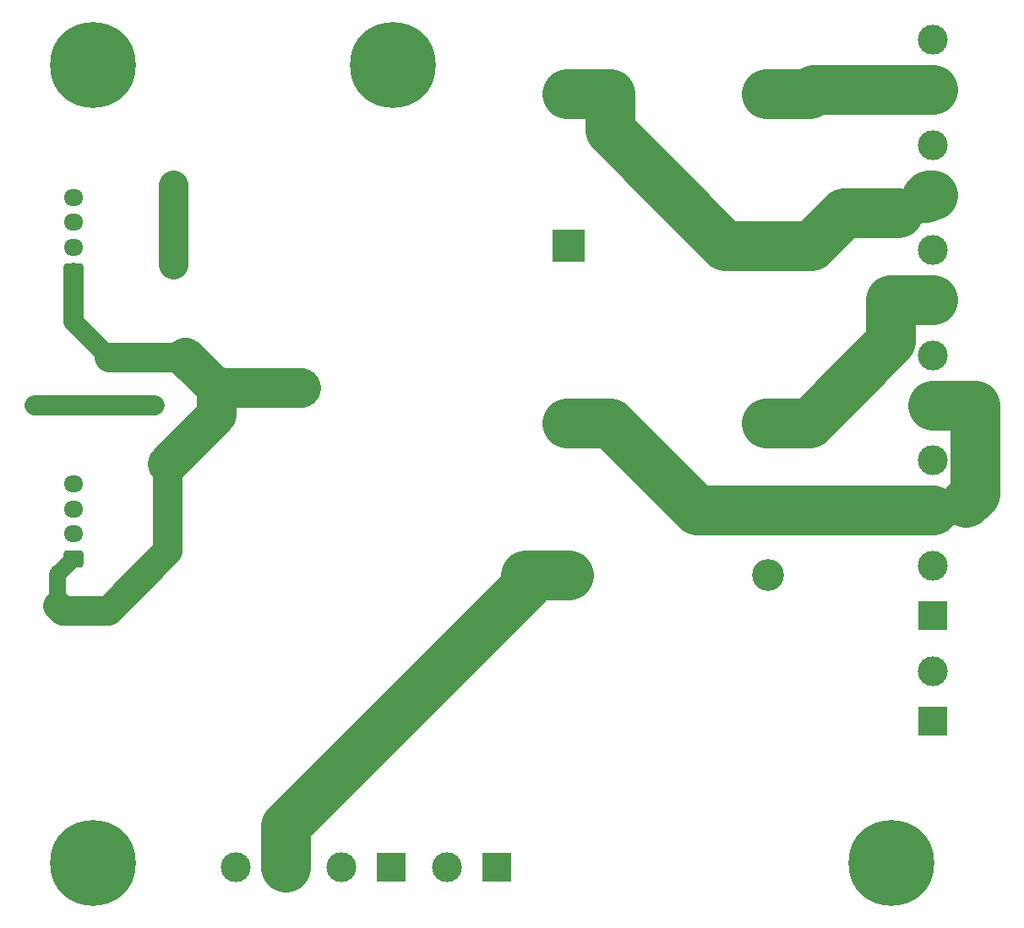
<source format=gbr>
%TF.GenerationSoftware,KiCad,Pcbnew,8.0.3*%
%TF.CreationDate,2024-11-03T20:36:30+01:00*%
%TF.ProjectId,weerstation-power,77656572-7374-4617-9469-6f6e2d706f77,rev?*%
%TF.SameCoordinates,Original*%
%TF.FileFunction,Copper,L1,Top*%
%TF.FilePolarity,Positive*%
%FSLAX46Y46*%
G04 Gerber Fmt 4.6, Leading zero omitted, Abs format (unit mm)*
G04 Created by KiCad (PCBNEW 8.0.3) date 2024-11-03 20:36:30*
%MOMM*%
%LPD*%
G01*
G04 APERTURE LIST*
G04 Aperture macros list*
%AMRoundRect*
0 Rectangle with rounded corners*
0 $1 Rounding radius*
0 $2 $3 $4 $5 $6 $7 $8 $9 X,Y pos of 4 corners*
0 Add a 4 corners polygon primitive as box body*
4,1,4,$2,$3,$4,$5,$6,$7,$8,$9,$2,$3,0*
0 Add four circle primitives for the rounded corners*
1,1,$1+$1,$2,$3*
1,1,$1+$1,$4,$5*
1,1,$1+$1,$6,$7*
1,1,$1+$1,$8,$9*
0 Add four rect primitives between the rounded corners*
20,1,$1+$1,$2,$3,$4,$5,0*
20,1,$1+$1,$4,$5,$6,$7,0*
20,1,$1+$1,$6,$7,$8,$9,0*
20,1,$1+$1,$8,$9,$2,$3,0*%
G04 Aperture macros list end*
%TA.AperFunction,ComponentPad*%
%ADD10C,8.600000*%
%TD*%
%TA.AperFunction,ComponentPad*%
%ADD11R,3.000000X3.000000*%
%TD*%
%TA.AperFunction,ComponentPad*%
%ADD12C,3.000000*%
%TD*%
%TA.AperFunction,ComponentPad*%
%ADD13RoundRect,0.250000X0.725000X-0.600000X0.725000X0.600000X-0.725000X0.600000X-0.725000X-0.600000X0*%
%TD*%
%TA.AperFunction,ComponentPad*%
%ADD14O,1.950000X1.700000*%
%TD*%
%TA.AperFunction,ComponentPad*%
%ADD15R,3.200000X3.200000*%
%TD*%
%TA.AperFunction,ComponentPad*%
%ADD16O,3.200000X3.200000*%
%TD*%
%TA.AperFunction,ViaPad*%
%ADD17C,1.500000*%
%TD*%
%TA.AperFunction,ViaPad*%
%ADD18C,2.000000*%
%TD*%
%TA.AperFunction,ViaPad*%
%ADD19C,3.000000*%
%TD*%
%TA.AperFunction,Conductor*%
%ADD20C,3.000000*%
%TD*%
%TA.AperFunction,Conductor*%
%ADD21C,4.000000*%
%TD*%
%TA.AperFunction,Conductor*%
%ADD22C,0.250000*%
%TD*%
%TA.AperFunction,Conductor*%
%ADD23C,2.000000*%
%TD*%
%TA.AperFunction,Conductor*%
%ADD24C,5.000000*%
%TD*%
%TA.AperFunction,Conductor*%
%ADD25C,2.999800*%
%TD*%
%TA.AperFunction,Conductor*%
%ADD26C,1.701800*%
%TD*%
G04 APERTURE END LIST*
D10*
%TO.P,H4,1,1*%
%TO.N,GND*%
X20000000Y-100000000D03*
%TD*%
%TO.P,H3,1,1*%
%TO.N,GND*%
X100000000Y-100000000D03*
%TD*%
%TO.P,H2,1,1*%
%TO.N,GND*%
X50000000Y-20000000D03*
%TD*%
%TO.P,H1,1,1*%
%TO.N,GND*%
X20000000Y-20000000D03*
%TD*%
D11*
%TO.P,J12,1,Pin_1*%
%TO.N,+5VL*%
X39303500Y-100432500D03*
D12*
%TO.P,J12,2,Pin_2*%
%TO.N,GND*%
X34303500Y-100432500D03*
%TD*%
D13*
%TO.P,J1,1,Pin_1*%
%TO.N,+12L*%
X18000000Y-40750000D03*
D14*
%TO.P,J1,2,Pin_2*%
%TO.N,+5V*%
X18000000Y-38250000D03*
%TO.P,J1,3,Pin_3*%
%TO.N,+3.3V*%
X18000000Y-35750000D03*
%TO.P,J1,4,Pin_4*%
%TO.N,GND*%
X18000000Y-33250000D03*
%TD*%
D15*
%TO.P,D2,1,K*%
%TO.N,Net-(D2-K)*%
X67630000Y-38100000D03*
D16*
%TO.P,D2,2,A*%
%TO.N,Net-(D1-K)*%
X87630000Y-38100000D03*
%TD*%
D11*
%TO.P,J10,1,Pin_1*%
%TO.N,+5V*%
X60432500Y-100432500D03*
D12*
%TO.P,J10,2,Pin_2*%
%TO.N,GND*%
X55432500Y-100432500D03*
%TD*%
D11*
%TO.P,J5,1,Pin_1*%
%TO.N,Net-(D3-A)*%
X104140000Y-43561000D03*
D12*
%TO.P,J5,2,Pin_2*%
%TO.N,GND*%
X104140000Y-38561000D03*
%TD*%
D13*
%TO.P,J2,1,Pin_1*%
%TO.N,+12L*%
X18000000Y-69500000D03*
D14*
%TO.P,J2,2,Pin_2*%
%TO.N,+5V*%
X18000000Y-67000000D03*
%TO.P,J2,3,Pin_3*%
%TO.N,+3.3V*%
X18000000Y-64500000D03*
%TO.P,J2,4,Pin_4*%
%TO.N,GND*%
X18000000Y-62000000D03*
%TD*%
D11*
%TO.P,J7,1,Pin_1*%
%TO.N,Net-(D2-K)*%
X104140000Y-64643000D03*
D12*
%TO.P,J7,2,Pin_2*%
%TO.N,+12L*%
X104140000Y-59643000D03*
%TD*%
D11*
%TO.P,J9,1,Pin_1*%
%TO.N,Net-(D4-A)*%
X104140000Y-85744500D03*
D12*
%TO.P,J9,2,Pin_2*%
%TO.N,GND*%
X104140000Y-80744500D03*
%TD*%
D11*
%TO.P,J6,1,Pin_1*%
%TO.N,Net-(D2-K)*%
X104140000Y-54102000D03*
D12*
%TO.P,J6,2,Pin_2*%
%TO.N,GND*%
X104140000Y-49102000D03*
%TD*%
D15*
%TO.P,D4,1,K*%
%TO.N,+5VL*%
X67630000Y-71120000D03*
D16*
%TO.P,D4,2,A*%
%TO.N,Net-(D4-A)*%
X87630000Y-71120000D03*
%TD*%
D11*
%TO.P,J8,1,Pin_1*%
%TO.N,+12L*%
X104140000Y-75184000D03*
D12*
%TO.P,J8,2,Pin_2*%
%TO.N,GND*%
X104140000Y-70184000D03*
%TD*%
D11*
%TO.P,J11,1,Pin_1*%
%TO.N,+3.3V*%
X49844500Y-100432500D03*
D12*
%TO.P,J11,2,Pin_2*%
%TO.N,GND*%
X44844500Y-100432500D03*
%TD*%
D15*
%TO.P,D1,1,K*%
%TO.N,Net-(D1-K)*%
X67470000Y-22860000D03*
D16*
%TO.P,D1,2,A*%
%TO.N,Net-(D1-A)*%
X87470000Y-22860000D03*
%TD*%
D11*
%TO.P,J4,1,Pin_1*%
%TO.N,Net-(D1-K)*%
X104140000Y-33020000D03*
D12*
%TO.P,J4,2,Pin_2*%
%TO.N,GND*%
X104140000Y-28020000D03*
%TD*%
D11*
%TO.P,J3,1,Pin_1*%
%TO.N,Net-(D1-A)*%
X104140000Y-22479000D03*
D12*
%TO.P,J3,2,Pin_2*%
%TO.N,GND*%
X104140000Y-17479000D03*
%TD*%
D15*
%TO.P,D3,1,K*%
%TO.N,Net-(D2-K)*%
X67470000Y-55880000D03*
D16*
%TO.P,D3,2,A*%
%TO.N,Net-(D3-A)*%
X87470000Y-55880000D03*
%TD*%
D17*
%TO.N,GND*%
X26162000Y-54102000D03*
D18*
X28000000Y-32000000D03*
X28000000Y-40000000D03*
D17*
X14102000Y-54102000D03*
X19102000Y-54102000D03*
D19*
%TO.N,+12L*%
X40804300Y-52364500D03*
%TD*%
D20*
%TO.N,+12L*%
X27432000Y-68704200D02*
X21481700Y-74654500D01*
X27432000Y-59944000D02*
X27432000Y-68704200D01*
D21*
X32298500Y-55077500D02*
X27432000Y-59944000D01*
X32298500Y-52364500D02*
X32298500Y-55077500D01*
D22*
X18000000Y-40750000D02*
X18034000Y-40784000D01*
D23*
X18034000Y-40784000D02*
X18034000Y-45720000D01*
X21590000Y-49276000D02*
X18034000Y-45720000D01*
D20*
X29210000Y-49276000D02*
X21590000Y-49276000D01*
D21*
X32298500Y-52364500D02*
X29210000Y-49276000D01*
X33568500Y-52364500D02*
X32298500Y-52364500D01*
X40804300Y-52364500D02*
X33568500Y-52364500D01*
D23*
%TO.N,GND*%
X26162000Y-54102000D02*
X19102000Y-54102000D01*
X14102000Y-54102000D02*
X19102000Y-54102000D01*
D20*
X28000000Y-32000000D02*
X28000000Y-40000000D01*
D24*
%TO.N,Net-(D2-K)*%
X80534700Y-64643000D02*
X71771700Y-55880000D01*
X104140000Y-64643000D02*
X80534700Y-64643000D01*
X67470000Y-55880000D02*
X71771700Y-55880000D01*
X108341700Y-62966200D02*
X107464700Y-63843200D01*
X108341700Y-54102000D02*
X108341700Y-62966200D01*
D25*
X107341600Y-63966300D02*
X107341600Y-64643000D01*
X107464700Y-63843200D02*
X107341600Y-63966300D01*
X104140000Y-64643000D02*
X107341600Y-64643000D01*
D24*
X104140000Y-54102000D02*
X108341700Y-54102000D01*
%TO.N,+5VL*%
X63328300Y-72206000D02*
X63328300Y-71120000D01*
X39303500Y-96230800D02*
X63328300Y-72206000D01*
X39303500Y-100432500D02*
X39303500Y-96230800D01*
X67630000Y-71120000D02*
X63328300Y-71120000D01*
%TO.N,Net-(D3-A)*%
X99938300Y-47713400D02*
X91771700Y-55880000D01*
X99938300Y-43561000D02*
X99938300Y-47713400D01*
X87470000Y-55880000D02*
X91771700Y-55880000D01*
X104140000Y-43561000D02*
X99938300Y-43561000D01*
%TO.N,Net-(D1-K)*%
X71771700Y-26543400D02*
X83328300Y-38100000D01*
X71771700Y-22860000D02*
X71771700Y-26543400D01*
X87630000Y-38100000D02*
X83328300Y-38100000D01*
X67470000Y-22860000D02*
X71771700Y-22860000D01*
X103741100Y-33020000D02*
X103470600Y-33290500D01*
X104140000Y-33020000D02*
X103741100Y-33020000D01*
D25*
X101939300Y-34821800D02*
X103470600Y-33290500D01*
X100700700Y-34821800D02*
X101939300Y-34821800D01*
D24*
X95209900Y-34821800D02*
X91931700Y-38100000D01*
X100700700Y-34821800D02*
X95209900Y-34821800D01*
X87630000Y-38100000D02*
X91931700Y-38100000D01*
%TO.N,Net-(D1-A)*%
X92152700Y-22479000D02*
X91771700Y-22860000D01*
X104140000Y-22479000D02*
X92152700Y-22479000D01*
X87470000Y-22860000D02*
X91771700Y-22860000D01*
D26*
%TO.N,+12L*%
X16449800Y-71050200D02*
X18000000Y-69500000D01*
X16449800Y-74155300D02*
X16449800Y-71050200D01*
D20*
X16949000Y-74654500D02*
X21481700Y-74654500D01*
X16449800Y-74155300D02*
X16949000Y-74654500D01*
%TD*%
M02*

</source>
